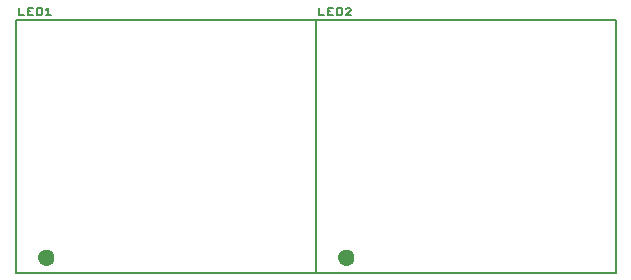
<source format=gbr>
G04 EAGLE Gerber RS-274X export*
G75*
%MOMM*%
%FSLAX34Y34*%
%LPD*%
%INSilkscreen Top*%
%IPPOS*%
%AMOC8*
5,1,8,0,0,1.08239X$1,22.5*%
G01*
%ADD10C,0.127000*%
%ADD11C,0.800000*%
%ADD12C,0.152400*%


D10*
X-254000Y107000D02*
X0Y107000D01*
X0Y-107000D01*
X-254000Y-107000D01*
X-254000Y107000D01*
D11*
X-231500Y-94000D02*
X-231498Y-93891D01*
X-231492Y-93782D01*
X-231482Y-93674D01*
X-231468Y-93566D01*
X-231451Y-93458D01*
X-231429Y-93351D01*
X-231404Y-93245D01*
X-231374Y-93141D01*
X-231341Y-93037D01*
X-231304Y-92934D01*
X-231264Y-92833D01*
X-231220Y-92734D01*
X-231172Y-92636D01*
X-231120Y-92539D01*
X-231066Y-92445D01*
X-231008Y-92353D01*
X-230946Y-92263D01*
X-230881Y-92176D01*
X-230814Y-92090D01*
X-230743Y-92007D01*
X-230669Y-91927D01*
X-230592Y-91850D01*
X-230513Y-91775D01*
X-230431Y-91704D01*
X-230346Y-91635D01*
X-230259Y-91570D01*
X-230170Y-91507D01*
X-230078Y-91449D01*
X-229984Y-91393D01*
X-229889Y-91341D01*
X-229791Y-91292D01*
X-229692Y-91247D01*
X-229591Y-91205D01*
X-229489Y-91168D01*
X-229386Y-91134D01*
X-229281Y-91103D01*
X-229175Y-91077D01*
X-229069Y-91054D01*
X-228961Y-91036D01*
X-228853Y-91021D01*
X-228745Y-91010D01*
X-228636Y-91003D01*
X-228527Y-91000D01*
X-228418Y-91001D01*
X-228309Y-91006D01*
X-228201Y-91015D01*
X-228093Y-91028D01*
X-227985Y-91045D01*
X-227878Y-91065D01*
X-227772Y-91090D01*
X-227667Y-91118D01*
X-227563Y-91150D01*
X-227460Y-91186D01*
X-227358Y-91226D01*
X-227258Y-91269D01*
X-227160Y-91316D01*
X-227063Y-91366D01*
X-226969Y-91420D01*
X-226876Y-91478D01*
X-226785Y-91538D01*
X-226697Y-91602D01*
X-226611Y-91669D01*
X-226528Y-91739D01*
X-226447Y-91812D01*
X-226369Y-91888D01*
X-226294Y-91967D01*
X-226221Y-92049D01*
X-226152Y-92133D01*
X-226086Y-92219D01*
X-226023Y-92308D01*
X-225963Y-92399D01*
X-225906Y-92492D01*
X-225853Y-92587D01*
X-225804Y-92684D01*
X-225758Y-92783D01*
X-225716Y-92883D01*
X-225677Y-92985D01*
X-225642Y-93089D01*
X-225611Y-93193D01*
X-225583Y-93298D01*
X-225560Y-93405D01*
X-225540Y-93512D01*
X-225524Y-93620D01*
X-225512Y-93728D01*
X-225504Y-93837D01*
X-225500Y-93946D01*
X-225500Y-94054D01*
X-225504Y-94163D01*
X-225512Y-94272D01*
X-225524Y-94380D01*
X-225540Y-94488D01*
X-225560Y-94595D01*
X-225583Y-94702D01*
X-225611Y-94807D01*
X-225642Y-94911D01*
X-225677Y-95015D01*
X-225716Y-95117D01*
X-225758Y-95217D01*
X-225804Y-95316D01*
X-225853Y-95413D01*
X-225906Y-95508D01*
X-225963Y-95601D01*
X-226023Y-95692D01*
X-226086Y-95781D01*
X-226152Y-95867D01*
X-226221Y-95951D01*
X-226294Y-96033D01*
X-226369Y-96112D01*
X-226447Y-96188D01*
X-226528Y-96261D01*
X-226611Y-96331D01*
X-226697Y-96398D01*
X-226785Y-96462D01*
X-226876Y-96522D01*
X-226969Y-96580D01*
X-227063Y-96634D01*
X-227160Y-96684D01*
X-227258Y-96731D01*
X-227358Y-96774D01*
X-227460Y-96814D01*
X-227563Y-96850D01*
X-227667Y-96882D01*
X-227772Y-96910D01*
X-227878Y-96935D01*
X-227985Y-96955D01*
X-228093Y-96972D01*
X-228201Y-96985D01*
X-228309Y-96994D01*
X-228418Y-96999D01*
X-228527Y-97000D01*
X-228636Y-96997D01*
X-228745Y-96990D01*
X-228853Y-96979D01*
X-228961Y-96964D01*
X-229069Y-96946D01*
X-229175Y-96923D01*
X-229281Y-96897D01*
X-229386Y-96866D01*
X-229489Y-96832D01*
X-229591Y-96795D01*
X-229692Y-96753D01*
X-229791Y-96708D01*
X-229889Y-96659D01*
X-229984Y-96607D01*
X-230078Y-96551D01*
X-230170Y-96493D01*
X-230259Y-96430D01*
X-230346Y-96365D01*
X-230431Y-96296D01*
X-230513Y-96225D01*
X-230592Y-96150D01*
X-230669Y-96073D01*
X-230743Y-95993D01*
X-230814Y-95910D01*
X-230881Y-95824D01*
X-230946Y-95737D01*
X-231008Y-95647D01*
X-231066Y-95555D01*
X-231120Y-95461D01*
X-231172Y-95364D01*
X-231220Y-95266D01*
X-231264Y-95167D01*
X-231304Y-95066D01*
X-231341Y-94963D01*
X-231374Y-94859D01*
X-231404Y-94755D01*
X-231429Y-94649D01*
X-231451Y-94542D01*
X-231468Y-94434D01*
X-231482Y-94326D01*
X-231492Y-94218D01*
X-231498Y-94109D01*
X-231500Y-94000D01*
D12*
X-251238Y110762D02*
X-251238Y117372D01*
X-251238Y110762D02*
X-246832Y110762D01*
X-243754Y117372D02*
X-239347Y117372D01*
X-243754Y117372D02*
X-243754Y110762D01*
X-239347Y110762D01*
X-241551Y114067D02*
X-243754Y114067D01*
X-236270Y117372D02*
X-236270Y110762D01*
X-232965Y110762D01*
X-231863Y111864D01*
X-231863Y116270D01*
X-232965Y117372D01*
X-236270Y117372D01*
X-228786Y115168D02*
X-226582Y117372D01*
X-226582Y110762D01*
X-224379Y110762D02*
X-228786Y110762D01*
D10*
X0Y107000D02*
X254000Y107000D01*
X254000Y-107000D01*
X0Y-107000D01*
X0Y107000D01*
D11*
X22500Y-94000D02*
X22502Y-93891D01*
X22508Y-93782D01*
X22518Y-93674D01*
X22532Y-93566D01*
X22549Y-93458D01*
X22571Y-93351D01*
X22596Y-93245D01*
X22626Y-93141D01*
X22659Y-93037D01*
X22696Y-92934D01*
X22736Y-92833D01*
X22780Y-92734D01*
X22828Y-92636D01*
X22880Y-92539D01*
X22934Y-92445D01*
X22992Y-92353D01*
X23054Y-92263D01*
X23119Y-92176D01*
X23186Y-92090D01*
X23257Y-92007D01*
X23331Y-91927D01*
X23408Y-91850D01*
X23487Y-91775D01*
X23569Y-91704D01*
X23654Y-91635D01*
X23741Y-91570D01*
X23830Y-91507D01*
X23922Y-91449D01*
X24016Y-91393D01*
X24111Y-91341D01*
X24209Y-91292D01*
X24308Y-91247D01*
X24409Y-91205D01*
X24511Y-91168D01*
X24614Y-91134D01*
X24719Y-91103D01*
X24825Y-91077D01*
X24931Y-91054D01*
X25039Y-91036D01*
X25147Y-91021D01*
X25255Y-91010D01*
X25364Y-91003D01*
X25473Y-91000D01*
X25582Y-91001D01*
X25691Y-91006D01*
X25799Y-91015D01*
X25907Y-91028D01*
X26015Y-91045D01*
X26122Y-91065D01*
X26228Y-91090D01*
X26333Y-91118D01*
X26437Y-91150D01*
X26540Y-91186D01*
X26642Y-91226D01*
X26742Y-91269D01*
X26840Y-91316D01*
X26937Y-91366D01*
X27031Y-91420D01*
X27124Y-91478D01*
X27215Y-91538D01*
X27303Y-91602D01*
X27389Y-91669D01*
X27472Y-91739D01*
X27553Y-91812D01*
X27631Y-91888D01*
X27706Y-91967D01*
X27779Y-92049D01*
X27848Y-92133D01*
X27914Y-92219D01*
X27977Y-92308D01*
X28037Y-92399D01*
X28094Y-92492D01*
X28147Y-92587D01*
X28196Y-92684D01*
X28242Y-92783D01*
X28284Y-92883D01*
X28323Y-92985D01*
X28358Y-93089D01*
X28389Y-93193D01*
X28417Y-93298D01*
X28440Y-93405D01*
X28460Y-93512D01*
X28476Y-93620D01*
X28488Y-93728D01*
X28496Y-93837D01*
X28500Y-93946D01*
X28500Y-94054D01*
X28496Y-94163D01*
X28488Y-94272D01*
X28476Y-94380D01*
X28460Y-94488D01*
X28440Y-94595D01*
X28417Y-94702D01*
X28389Y-94807D01*
X28358Y-94911D01*
X28323Y-95015D01*
X28284Y-95117D01*
X28242Y-95217D01*
X28196Y-95316D01*
X28147Y-95413D01*
X28094Y-95508D01*
X28037Y-95601D01*
X27977Y-95692D01*
X27914Y-95781D01*
X27848Y-95867D01*
X27779Y-95951D01*
X27706Y-96033D01*
X27631Y-96112D01*
X27553Y-96188D01*
X27472Y-96261D01*
X27389Y-96331D01*
X27303Y-96398D01*
X27215Y-96462D01*
X27124Y-96522D01*
X27031Y-96580D01*
X26937Y-96634D01*
X26840Y-96684D01*
X26742Y-96731D01*
X26642Y-96774D01*
X26540Y-96814D01*
X26437Y-96850D01*
X26333Y-96882D01*
X26228Y-96910D01*
X26122Y-96935D01*
X26015Y-96955D01*
X25907Y-96972D01*
X25799Y-96985D01*
X25691Y-96994D01*
X25582Y-96999D01*
X25473Y-97000D01*
X25364Y-96997D01*
X25255Y-96990D01*
X25147Y-96979D01*
X25039Y-96964D01*
X24931Y-96946D01*
X24825Y-96923D01*
X24719Y-96897D01*
X24614Y-96866D01*
X24511Y-96832D01*
X24409Y-96795D01*
X24308Y-96753D01*
X24209Y-96708D01*
X24111Y-96659D01*
X24016Y-96607D01*
X23922Y-96551D01*
X23830Y-96493D01*
X23741Y-96430D01*
X23654Y-96365D01*
X23569Y-96296D01*
X23487Y-96225D01*
X23408Y-96150D01*
X23331Y-96073D01*
X23257Y-95993D01*
X23186Y-95910D01*
X23119Y-95824D01*
X23054Y-95737D01*
X22992Y-95647D01*
X22934Y-95555D01*
X22880Y-95461D01*
X22828Y-95364D01*
X22780Y-95266D01*
X22736Y-95167D01*
X22696Y-95066D01*
X22659Y-94963D01*
X22626Y-94859D01*
X22596Y-94755D01*
X22571Y-94649D01*
X22549Y-94542D01*
X22532Y-94434D01*
X22518Y-94326D01*
X22508Y-94218D01*
X22502Y-94109D01*
X22500Y-94000D01*
D12*
X2762Y110762D02*
X2762Y117372D01*
X2762Y110762D02*
X7168Y110762D01*
X10246Y117372D02*
X14653Y117372D01*
X10246Y117372D02*
X10246Y110762D01*
X14653Y110762D01*
X12449Y114067D02*
X10246Y114067D01*
X17730Y117372D02*
X17730Y110762D01*
X21035Y110762D01*
X22137Y111864D01*
X22137Y116270D01*
X21035Y117372D01*
X17730Y117372D01*
X25214Y110762D02*
X29621Y110762D01*
X29621Y115168D02*
X25214Y110762D01*
X29621Y115168D02*
X29621Y116270D01*
X28519Y117372D01*
X26316Y117372D01*
X25214Y116270D01*
M02*

</source>
